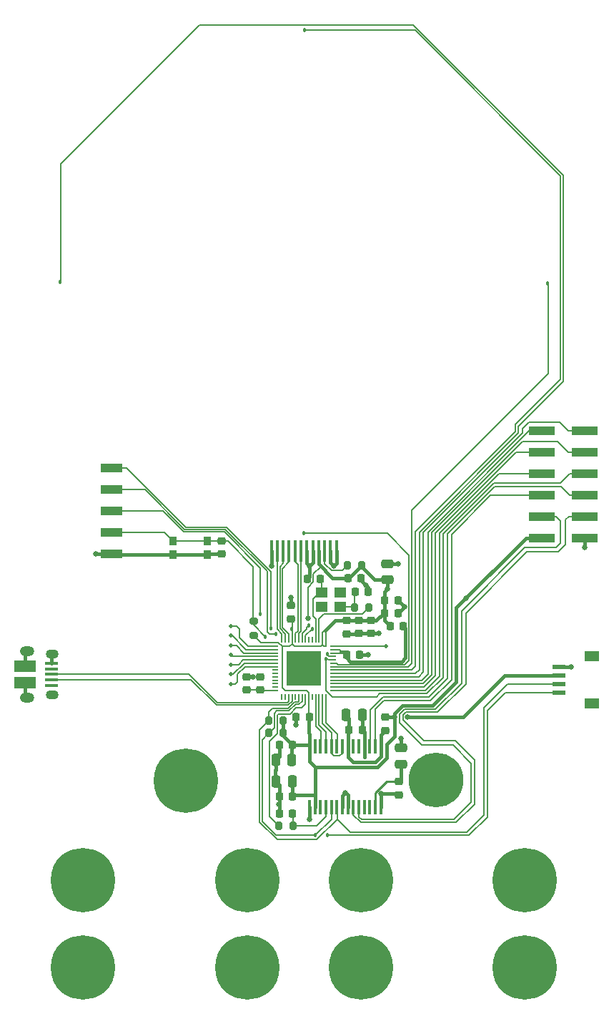
<source format=gbr>
%TF.GenerationSoftware,KiCad,Pcbnew,7.0.6-1.fc38*%
%TF.CreationDate,2023-08-24T18:59:34-07:00*%
%TF.ProjectId,s3gta_panel,73336774-615f-4706-916e-656c2e6b6963,rev?*%
%TF.SameCoordinates,Original*%
%TF.FileFunction,Copper,L2,Bot*%
%TF.FilePolarity,Positive*%
%FSLAX46Y46*%
G04 Gerber Fmt 4.6, Leading zero omitted, Abs format (unit mm)*
G04 Created by KiCad (PCBNEW 7.0.6-1.fc38) date 2023-08-24 18:59:34*
%MOMM*%
%LPD*%
G01*
G04 APERTURE LIST*
G04 Aperture macros list*
%AMRoundRect*
0 Rectangle with rounded corners*
0 $1 Rounding radius*
0 $2 $3 $4 $5 $6 $7 $8 $9 X,Y pos of 4 corners*
0 Add a 4 corners polygon primitive as box body*
4,1,4,$2,$3,$4,$5,$6,$7,$8,$9,$2,$3,0*
0 Add four circle primitives for the rounded corners*
1,1,$1+$1,$2,$3*
1,1,$1+$1,$4,$5*
1,1,$1+$1,$6,$7*
1,1,$1+$1,$8,$9*
0 Add four rect primitives between the rounded corners*
20,1,$1+$1,$2,$3,$4,$5,0*
20,1,$1+$1,$4,$5,$6,$7,0*
20,1,$1+$1,$6,$7,$8,$9,0*
20,1,$1+$1,$8,$9,$2,$3,0*%
G04 Aperture macros list end*
%TA.AperFunction,ComponentPad*%
%ADD10C,7.620000*%
%TD*%
%TA.AperFunction,ComponentPad*%
%ADD11C,6.477000*%
%TD*%
%TA.AperFunction,SMDPad,CuDef*%
%ADD12R,0.450000X1.750000*%
%TD*%
%TA.AperFunction,SMDPad,CuDef*%
%ADD13RoundRect,0.225000X-0.225000X-0.250000X0.225000X-0.250000X0.225000X0.250000X-0.225000X0.250000X0*%
%TD*%
%TA.AperFunction,SMDPad,CuDef*%
%ADD14R,2.500000X1.000000*%
%TD*%
%TA.AperFunction,SMDPad,CuDef*%
%ADD15R,0.350000X2.500000*%
%TD*%
%TA.AperFunction,SMDPad,CuDef*%
%ADD16RoundRect,0.250000X-0.250000X-0.475000X0.250000X-0.475000X0.250000X0.475000X-0.250000X0.475000X0*%
%TD*%
%TA.AperFunction,SMDPad,CuDef*%
%ADD17RoundRect,0.200000X0.200000X0.275000X-0.200000X0.275000X-0.200000X-0.275000X0.200000X-0.275000X0*%
%TD*%
%TA.AperFunction,SMDPad,CuDef*%
%ADD18RoundRect,0.225000X0.250000X-0.225000X0.250000X0.225000X-0.250000X0.225000X-0.250000X-0.225000X0*%
%TD*%
%TA.AperFunction,SMDPad,CuDef*%
%ADD19C,0.500000*%
%TD*%
%TA.AperFunction,SMDPad,CuDef*%
%ADD20R,3.150000X1.000000*%
%TD*%
%TA.AperFunction,SMDPad,CuDef*%
%ADD21RoundRect,0.225000X0.225000X0.250000X-0.225000X0.250000X-0.225000X-0.250000X0.225000X-0.250000X0*%
%TD*%
%TA.AperFunction,SMDPad,CuDef*%
%ADD22R,1.800000X1.200000*%
%TD*%
%TA.AperFunction,SMDPad,CuDef*%
%ADD23R,1.550000X0.600000*%
%TD*%
%TA.AperFunction,SMDPad,CuDef*%
%ADD24RoundRect,0.225000X-0.250000X0.225000X-0.250000X-0.225000X0.250000X-0.225000X0.250000X0.225000X0*%
%TD*%
%TA.AperFunction,SMDPad,CuDef*%
%ADD25RoundRect,0.250000X0.250000X0.475000X-0.250000X0.475000X-0.250000X-0.475000X0.250000X-0.475000X0*%
%TD*%
%TA.AperFunction,SMDPad,CuDef*%
%ADD26RoundRect,0.250000X0.475000X-0.250000X0.475000X0.250000X-0.475000X0.250000X-0.475000X-0.250000X0*%
%TD*%
%TA.AperFunction,SMDPad,CuDef*%
%ADD27RoundRect,0.200000X-0.200000X-0.275000X0.200000X-0.275000X0.200000X0.275000X-0.200000X0.275000X0*%
%TD*%
%TA.AperFunction,SMDPad,CuDef*%
%ADD28R,0.650000X0.220000*%
%TD*%
%TA.AperFunction,SMDPad,CuDef*%
%ADD29R,0.220000X0.650000*%
%TD*%
%TA.AperFunction,ComponentPad*%
%ADD30C,0.500000*%
%TD*%
%TA.AperFunction,SMDPad,CuDef*%
%ADD31R,4.100000X4.100000*%
%TD*%
%TA.AperFunction,SMDPad,CuDef*%
%ADD32R,0.900000X1.000000*%
%TD*%
%TA.AperFunction,SMDPad,CuDef*%
%ADD33R,1.650000X0.400000*%
%TD*%
%TA.AperFunction,ComponentPad*%
%ADD34O,1.700000X1.200000*%
%TD*%
%TA.AperFunction,ComponentPad*%
%ADD35O,1.500000X1.100000*%
%TD*%
%TA.AperFunction,SMDPad,CuDef*%
%ADD36R,2.500000X1.430000*%
%TD*%
%TA.AperFunction,SMDPad,CuDef*%
%ADD37R,1.400000X1.200000*%
%TD*%
%TA.AperFunction,SMDPad,CuDef*%
%ADD38RoundRect,0.200000X-0.275000X0.200000X-0.275000X-0.200000X0.275000X-0.200000X0.275000X0.200000X0*%
%TD*%
%TA.AperFunction,ViaPad*%
%ADD39C,0.457200*%
%TD*%
%TA.AperFunction,ViaPad*%
%ADD40C,0.635000*%
%TD*%
%TA.AperFunction,Conductor*%
%ADD41C,0.152400*%
%TD*%
%TA.AperFunction,Conductor*%
%ADD42C,0.381000*%
%TD*%
%TA.AperFunction,Conductor*%
%ADD43C,0.203200*%
%TD*%
%TA.AperFunction,Conductor*%
%ADD44C,0.254000*%
%TD*%
%TA.AperFunction,Conductor*%
%ADD45C,0.127000*%
%TD*%
G04 APERTURE END LIST*
D10*
%TO.P,H7,1*%
%TO.N,N/C*%
X129159000Y-147193000D03*
%TD*%
%TO.P,H8,1*%
%TO.N,N/C*%
X129159000Y-136906000D03*
%TD*%
%TO.P,H5,1*%
%TO.N,N/C*%
X109728000Y-136906000D03*
%TD*%
%TO.P,H6,1*%
%TO.N,N/C*%
X109728000Y-147193000D03*
%TD*%
%TO.P,H15,1*%
%TO.N,N/C*%
X162052000Y-147193000D03*
%TD*%
%TO.P,H16,1*%
%TO.N,N/C*%
X162052000Y-136906000D03*
%TD*%
%TO.P,H17,1*%
%TO.N,N/C*%
X121920000Y-125095000D03*
%TD*%
D11*
%TO.P,H18,1*%
%TO.N,N/C*%
X151511000Y-124995000D03*
%TD*%
D10*
%TO.P,H14,1*%
%TO.N,N/C*%
X142621000Y-147193000D03*
%TD*%
%TO.P,H9,1*%
%TO.N,N/C*%
X142621000Y-136906000D03*
%TD*%
D12*
%TO.P,U2,1,DBVDD*%
%TO.N,+3.3V*%
X136541800Y-121012400D03*
%TO.P,U2,2,CLKOUT*%
%TO.N,unconnected-(U2-CLKOUT-Pad2)*%
X137191800Y-121012400D03*
%TO.P,U2,3,BCLK*%
%TO.N,/I2S_SCLK*%
X137841800Y-121012400D03*
%TO.P,U2,4,DACDAT*%
%TO.N,/I2S_DO*%
X138491800Y-121012400D03*
%TO.P,U2,5,DACLRC*%
%TO.N,/I2S_LRCK*%
X139141800Y-121012400D03*
%TO.P,U2,6,ADCDAT*%
%TO.N,/I2S_DI*%
X139791800Y-121012400D03*
%TO.P,U2,7,ADCLRC*%
%TO.N,/I2S_LRCK*%
X140441800Y-121012400D03*
%TO.P,U2,8,HPVDD*%
%TO.N,+3.3VA*%
X141091800Y-121012400D03*
%TO.P,U2,9,LHPOUT*%
%TO.N,unconnected-(U2-LHPOUT-Pad9)*%
X141741800Y-121012400D03*
%TO.P,U2,10,RHPOUT*%
%TO.N,unconnected-(U2-RHPOUT-Pad10)*%
X142391800Y-121012400D03*
%TO.P,U2,11,HPGND*%
%TO.N,GND*%
X143041800Y-121012400D03*
%TO.P,U2,12,LOUT*%
%TO.N,/out_l*%
X143691800Y-121012400D03*
%TO.P,U2,13,ROUT*%
%TO.N,/out_r*%
X144341800Y-121012400D03*
%TO.P,U2,14,AVDD*%
%TO.N,+3.3VA*%
X144991800Y-121012400D03*
%TO.P,U2,15,AGND*%
%TO.N,GND*%
X144991800Y-128212400D03*
%TO.P,U2,16,VMID*%
%TO.N,Net-(U2-VMID)*%
X144341800Y-128212400D03*
%TO.P,U2,17,MICBIAS*%
%TO.N,unconnected-(U2-MICBIAS-Pad17)*%
X143691800Y-128212400D03*
%TO.P,U2,18,MICIN*%
%TO.N,unconnected-(U2-MICIN-Pad18)*%
X143041800Y-128212400D03*
%TO.P,U2,19,RLINEIN*%
%TO.N,/in_r*%
X142391800Y-128212400D03*
%TO.P,U2,20,LLINEIN*%
%TO.N,/in_l*%
X141741800Y-128212400D03*
%TO.P,U2,21,MODE*%
%TO.N,GND*%
X141091800Y-128212400D03*
%TO.P,U2,22,CSB*%
X140441800Y-128212400D03*
%TO.P,U2,23,SDIN*%
%TO.N,/I2C_SDA*%
X139791800Y-128212400D03*
%TO.P,U2,24,SCLK*%
%TO.N,/I2C_SCL*%
X139141800Y-128212400D03*
%TO.P,U2,25,XTI/MCLK*%
%TO.N,/FILT_MCLK*%
X138491800Y-128212400D03*
%TO.P,U2,26,XTO*%
%TO.N,unconnected-(U2-XTO-Pad26)*%
X137841800Y-128212400D03*
%TO.P,U2,27,DCVDD*%
%TO.N,+3.3V*%
X137191800Y-128212400D03*
%TO.P,U2,28,DCGND*%
%TO.N,GND*%
X136541800Y-128212400D03*
%TD*%
D13*
%TO.P,C12,1*%
%TO.N,Net-(C12-Pad1)*%
X141973000Y-102768400D03*
%TO.P,C12,2*%
%TO.N,GND*%
X143523000Y-102768400D03*
%TD*%
D14*
%TO.P,J3,1,Pin_1*%
%TO.N,/UART0_RX*%
X113068600Y-88138000D03*
%TO.P,J3,2,Pin_2*%
%TO.N,/UART0_TX*%
X113068600Y-90678000D03*
%TO.P,J3,3,Pin_3*%
%TO.N,/GPIO0*%
X113068600Y-93218000D03*
%TO.P,J3,4,Pin_4*%
%TO.N,/NRST*%
X113068600Y-95758000D03*
%TO.P,J3,5,Pin_5*%
%TO.N,GND*%
X113068600Y-98298000D03*
%TD*%
D15*
%TO.P,DISP1,1,GND*%
%TO.N,GND*%
X139740000Y-97917000D03*
%TO.P,DISP1,2,LEDK*%
X139040000Y-97917000D03*
%TO.P,DISP1,3,LEDA*%
%TO.N,Net-(DISP1-LEDA)*%
X138340000Y-97917000D03*
%TO.P,DISP1,4,VCC*%
%TO.N,+3.3V*%
X137640000Y-97917000D03*
%TO.P,DISP1,5,GND*%
%TO.N,GND*%
X136940000Y-97917000D03*
%TO.P,DISP1,6,GND*%
X136240000Y-97917000D03*
%TO.P,DISP1,7,DC*%
%TO.N,/LCD_DC*%
X135540000Y-97917000D03*
%TO.P,DISP1,8,CS*%
%TO.N,/LCD_CS*%
X134840000Y-97917000D03*
%TO.P,DISP1,9,CLK*%
%TO.N,/LCD_CLK*%
X134140000Y-97917000D03*
%TO.P,DISP1,10,DAT*%
%TO.N,/LCD_DAT*%
X133440000Y-97917000D03*
%TO.P,DISP1,11,RST*%
%TO.N,/LCD_RST*%
X132740000Y-97917000D03*
%TO.P,DISP1,12,GND*%
%TO.N,GND*%
X132040000Y-97917000D03*
%TD*%
D16*
%TO.P,C21,1*%
%TO.N,GND*%
X132603200Y-125222000D03*
%TO.P,C21,2*%
%TO.N,+3.3V*%
X134503200Y-125222000D03*
%TD*%
D17*
%TO.P,R5,1*%
%TO.N,+3.3V*%
X142709400Y-99618800D03*
%TO.P,R5,2*%
%TO.N,Net-(DISP1-LEDA)*%
X141059400Y-99618800D03*
%TD*%
D18*
%TO.P,C14,1*%
%TO.N,+3.3V*%
X134315200Y-105931000D03*
%TO.P,C14,2*%
%TO.N,GND*%
X134315200Y-104381000D03*
%TD*%
D19*
%TO.P,TP8,1,1*%
%TO.N,Net-(U1-GPIO33)*%
X127254000Y-111379000D03*
%TD*%
D20*
%TO.P,J4,1,Pin_1*%
%TO.N,/CV1*%
X169149000Y-83693000D03*
%TO.P,J4,2,Pin_2*%
%TO.N,/CV2*%
X164099000Y-83693000D03*
%TO.P,J4,3,Pin_3*%
%TO.N,/CV3*%
X169149000Y-86233000D03*
%TO.P,J4,4,Pin_4*%
%TO.N,/CV4*%
X164099000Y-86233000D03*
%TO.P,J4,5,Pin_5*%
%TO.N,/GPIO0*%
X169149000Y-88773000D03*
%TO.P,J4,6,Pin_6*%
%TO.N,/Sync*%
X164099000Y-88773000D03*
%TO.P,J4,7,Pin_7*%
%TO.N,/out_l*%
X169149000Y-91313000D03*
%TO.P,J4,8,Pin_8*%
%TO.N,/out_r*%
X164099000Y-91313000D03*
%TO.P,J4,9,Pin_9*%
%TO.N,/in_l*%
X169149000Y-93853000D03*
%TO.P,J4,10,Pin_10*%
%TO.N,/in_r*%
X164099000Y-93853000D03*
%TO.P,J4,11,Pin_11*%
%TO.N,GND*%
X169149000Y-96393000D03*
%TO.P,J4,12,Pin_12*%
%TO.N,+3.3V*%
X164099000Y-96393000D03*
%TD*%
D21*
%TO.P,C19,1*%
%TO.N,+3.3V*%
X134518400Y-120904000D03*
%TO.P,C19,2*%
%TO.N,GND*%
X132968400Y-120904000D03*
%TD*%
D22*
%TO.P,J1,*%
%TO.N,*%
X169991000Y-110381000D03*
X169991000Y-115981000D03*
D23*
%TO.P,J1,1,Pin_1*%
%TO.N,GND*%
X166116000Y-111681000D03*
%TO.P,J1,2,Pin_2*%
%TO.N,+3.3V*%
X166116000Y-112681000D03*
%TO.P,J1,3,Pin_3*%
%TO.N,/I2C_SDA*%
X166116000Y-113681000D03*
%TO.P,J1,4,Pin_4*%
%TO.N,/I2C_SCL*%
X166116000Y-114681000D03*
%TD*%
D19*
%TO.P,TP11,1,1*%
%TO.N,Net-(U1-GPIO36)*%
X127254000Y-107950000D03*
%TD*%
D24*
%TO.P,C23,1*%
%TO.N,Net-(U2-VMID)*%
X147116800Y-125209000D03*
%TO.P,C23,2*%
%TO.N,GND*%
X147116800Y-126759000D03*
%TD*%
D21*
%TO.P,C13,1*%
%TO.N,Net-(U1-XTAL_N)*%
X137846400Y-101193600D03*
%TO.P,C13,2*%
%TO.N,GND*%
X136296400Y-101193600D03*
%TD*%
D25*
%TO.P,C17,1*%
%TO.N,+3.3V*%
X134467600Y-122631200D03*
%TO.P,C17,2*%
%TO.N,GND*%
X132567600Y-122631200D03*
%TD*%
D24*
%TO.P,C10,1*%
%TO.N,+3.3V*%
X142392400Y-106146000D03*
%TO.P,C10,2*%
%TO.N,GND*%
X142392400Y-107696000D03*
%TD*%
D26*
%TO.P,C22,1*%
%TO.N,Net-(U2-VMID)*%
X147370800Y-123124000D03*
%TO.P,C22,2*%
%TO.N,GND*%
X147370800Y-121224000D03*
%TD*%
D19*
%TO.P,TP12,1,1*%
%TO.N,Net-(U1-GPIO37)*%
X127254000Y-106807000D03*
%TD*%
%TO.P,TP6,1,1*%
%TO.N,Net-(U1-SPICLK_N)*%
X127254000Y-113665000D03*
%TD*%
%TO.P,TP10,1,1*%
%TO.N,Net-(U1-GPIO35)*%
X127254000Y-109093000D03*
%TD*%
%TO.P,TP9,1,1*%
%TO.N,Net-(U1-GPIO34)*%
X127254000Y-110236000D03*
%TD*%
D13*
%TO.P,C20,1*%
%TO.N,+3.3VA*%
X141248800Y-119075200D03*
%TO.P,C20,2*%
%TO.N,GND*%
X142798800Y-119075200D03*
%TD*%
%TO.P,C3,1*%
%TO.N,+3.3V*%
X145478200Y-103733600D03*
%TO.P,C3,2*%
%TO.N,GND*%
X147028200Y-103733600D03*
%TD*%
D27*
%TO.P,R7,1*%
%TO.N,/I2S_MCLK*%
X132931400Y-130454400D03*
%TO.P,R7,2*%
%TO.N,/FILT_MCLK*%
X134581400Y-130454400D03*
%TD*%
D13*
%TO.P,L2,1,1*%
%TO.N,+3.3V*%
X146087800Y-106781600D03*
%TO.P,L2,2,2*%
%TO.N,/VDD_3P3*%
X147637800Y-106781600D03*
%TD*%
D21*
%TO.P,C25,1*%
%TO.N,/FILT_MCLK*%
X134518400Y-128981200D03*
%TO.P,C25,2*%
%TO.N,GND*%
X132968400Y-128981200D03*
%TD*%
D28*
%TO.P,U1,1,LNA_IN*%
%TO.N,/LNA_IN*%
X139311000Y-109210800D03*
%TO.P,U1,2,VDD3P3*%
%TO.N,/VDD_3P3*%
X139311000Y-109610800D03*
%TO.P,U1,3,VDD3P3*%
X139311000Y-110010800D03*
%TO.P,U1,4,CHIP_PU*%
%TO.N,/NRST*%
X139311000Y-110410800D03*
%TO.P,U1,5,GPIO0*%
%TO.N,/GPIO0*%
X139311000Y-110810800D03*
%TO.P,U1,6,GPIO1*%
%TO.N,Net-(U1-GPIO1)*%
X139311000Y-111210800D03*
%TO.P,U1,7,GPIO2*%
%TO.N,Net-(U1-GPIO2)*%
X139311000Y-111610800D03*
%TO.P,U1,8,GPIO3*%
%TO.N,Net-(U1-GPIO3)*%
X139311000Y-112010800D03*
%TO.P,U1,9,GPIO4*%
%TO.N,Net-(U1-GPIO4)*%
X139311000Y-112410800D03*
%TO.P,U1,10,GPIO5*%
%TO.N,/CV1*%
X139311000Y-112810800D03*
%TO.P,U1,11,GPIO6*%
%TO.N,/CV2*%
X139311000Y-113210800D03*
%TO.P,U1,12,GPIO7*%
%TO.N,/CV3*%
X139311000Y-113610800D03*
%TO.P,U1,13,GPIO8*%
%TO.N,/CV4*%
X139311000Y-114010800D03*
%TO.P,U1,14,GPIO9*%
%TO.N,/Sync*%
X139311000Y-114410800D03*
D29*
%TO.P,U1,15,GPIO10*%
%TO.N,/I2S_DI*%
X138486000Y-115235800D03*
%TO.P,U1,16,GPIO11*%
%TO.N,/I2S_LRCK*%
X138086000Y-115235800D03*
%TO.P,U1,17,GPIO12*%
%TO.N,/I2S_DO*%
X137686000Y-115235800D03*
%TO.P,U1,18,GPIO13*%
%TO.N,/I2S_SCLK*%
X137286000Y-115235800D03*
%TO.P,U1,19,GPIO14*%
%TO.N,unconnected-(U1-GPIO14-Pad19)*%
X136886000Y-115235800D03*
%TO.P,U1,20,VDD3P3_RTC*%
%TO.N,+3.3V*%
X136486000Y-115235800D03*
%TO.P,U1,21,XTAL_32K_P*%
%TO.N,/I2S_MCLK*%
X136086000Y-115235800D03*
%TO.P,U1,22,XTAL_32K_N*%
%TO.N,/I2C_SCL*%
X135686000Y-115235800D03*
%TO.P,U1,23,GPIO17*%
%TO.N,/I2C_SDA*%
X135286000Y-115235800D03*
%TO.P,U1,24,GPIO18*%
%TO.N,unconnected-(U1-GPIO18-Pad24)*%
X134886000Y-115235800D03*
%TO.P,U1,25,GPIO19*%
%TO.N,/USB_DM*%
X134486000Y-115235800D03*
%TO.P,U1,26,GPIO20*%
%TO.N,/USB_DP*%
X134086000Y-115235800D03*
%TO.P,U1,27,GPIO21*%
%TO.N,unconnected-(U1-GPIO21-Pad27)*%
X133686000Y-115235800D03*
%TO.P,U1,28,SPICS1*%
%TO.N,unconnected-(U1-SPICS1-Pad28)*%
X133286000Y-115235800D03*
D28*
%TO.P,U1,29,VDD_SPI*%
%TO.N,/VDD_SPI*%
X132461000Y-114410800D03*
%TO.P,U1,30,SPIHD*%
%TO.N,unconnected-(U1-SPIHD-Pad30)*%
X132461000Y-114010800D03*
%TO.P,U1,31,SPIWP*%
%TO.N,unconnected-(U1-SPIWP-Pad31)*%
X132461000Y-113610800D03*
%TO.P,U1,32,SPICS0*%
%TO.N,unconnected-(U1-SPICS0-Pad32)*%
X132461000Y-113210800D03*
%TO.P,U1,33,SPICLK*%
%TO.N,unconnected-(U1-SPICLK-Pad33)*%
X132461000Y-112810800D03*
%TO.P,U1,34,SPIQ*%
%TO.N,unconnected-(U1-SPIQ-Pad34)*%
X132461000Y-112410800D03*
%TO.P,U1,35,SPID*%
%TO.N,unconnected-(U1-SPID-Pad35)*%
X132461000Y-112010800D03*
%TO.P,U1,36,SPICLK_N*%
%TO.N,Net-(U1-SPICLK_N)*%
X132461000Y-111610800D03*
%TO.P,U1,37,SPICLK_P*%
%TO.N,Net-(U1-SPICLK_P)*%
X132461000Y-111210800D03*
%TO.P,U1,38,GPIO33*%
%TO.N,Net-(U1-GPIO33)*%
X132461000Y-110810800D03*
%TO.P,U1,39,GPIO34*%
%TO.N,Net-(U1-GPIO34)*%
X132461000Y-110410800D03*
%TO.P,U1,40,GPIO35*%
%TO.N,Net-(U1-GPIO35)*%
X132461000Y-110010800D03*
%TO.P,U1,41,GPIO36*%
%TO.N,Net-(U1-GPIO36)*%
X132461000Y-109610800D03*
%TO.P,U1,42,GPIO37*%
%TO.N,Net-(U1-GPIO37)*%
X132461000Y-109210800D03*
D29*
%TO.P,U1,43,GPIO38*%
%TO.N,/LCD_RST*%
X133286000Y-108385800D03*
%TO.P,U1,44,MTCK*%
%TO.N,/LCD_DAT*%
X133686000Y-108385800D03*
%TO.P,U1,45,MTDO*%
%TO.N,/LCD_CLK*%
X134086000Y-108385800D03*
%TO.P,U1,46,VDD3P3_CPU*%
%TO.N,+3.3V*%
X134486000Y-108385800D03*
%TO.P,U1,47,MTDI*%
%TO.N,/LCD_CS*%
X134886000Y-108385800D03*
%TO.P,U1,48,MTMS*%
%TO.N,/LCD_DC*%
X135286000Y-108385800D03*
%TO.P,U1,49,U0TXD*%
%TO.N,/UART0_TX*%
X135686000Y-108385800D03*
%TO.P,U1,50,UORXD*%
%TO.N,/UART0_RX*%
X136086000Y-108385800D03*
%TO.P,U1,51,GPIO45*%
%TO.N,unconnected-(U1-GPIO45-Pad51)*%
X136486000Y-108385800D03*
%TO.P,U1,52,GPIO_46*%
%TO.N,unconnected-(U1-GPIO_46-Pad52)*%
X136886000Y-108385800D03*
%TO.P,U1,53,XTAL_N*%
%TO.N,Net-(U1-XTAL_N)*%
X137286000Y-108385800D03*
%TO.P,U1,54,XTAL_P*%
%TO.N,Net-(U1-XTAL_P)*%
X137686000Y-108385800D03*
%TO.P,U1,55,VDDA*%
%TO.N,+3.3V*%
X138086000Y-108385800D03*
%TO.P,U1,56,VDDA*%
X138486000Y-108385800D03*
D30*
%TO.P,U1,57,GND*%
%TO.N,GND*%
X137386000Y-112560800D03*
X137386000Y-111060800D03*
X136636000Y-113310800D03*
X136636000Y-111810800D03*
X136636000Y-110310800D03*
X135886000Y-112560800D03*
D31*
X135886000Y-111810800D03*
D30*
X135886000Y-111060800D03*
X135136000Y-113310800D03*
X135136000Y-111810800D03*
X135136000Y-110310800D03*
X134386000Y-112560800D03*
X134386000Y-111060800D03*
%TD*%
D13*
%TO.P,C24,1*%
%TO.N,GND*%
X132968400Y-126949200D03*
%TO.P,C24,2*%
%TO.N,+3.3V*%
X134518400Y-126949200D03*
%TD*%
D26*
%TO.P,C2,1*%
%TO.N,+3.3V*%
X145796000Y-101330800D03*
%TO.P,C2,2*%
%TO.N,GND*%
X145796000Y-99430800D03*
%TD*%
D27*
%TO.P,R4,1*%
%TO.N,Net-(C12-Pad1)*%
X141910800Y-104648000D03*
%TO.P,R4,2*%
%TO.N,Net-(U1-XTAL_P)*%
X143560800Y-104648000D03*
%TD*%
D24*
%TO.P,C9,1*%
%TO.N,+3.3V*%
X140919200Y-106159000D03*
%TO.P,C9,2*%
%TO.N,GND*%
X140919200Y-107709000D03*
%TD*%
D32*
%TO.P,SW1,1,1*%
%TO.N,/NRST*%
X124460000Y-96723000D03*
X120360000Y-96723000D03*
%TO.P,SW1,2,2*%
%TO.N,GND*%
X124460000Y-98323000D03*
X120360000Y-98323000D03*
%TD*%
D19*
%TO.P,TP5,1,1*%
%TO.N,/LNA_IN*%
X145643600Y-109220000D03*
%TD*%
D33*
%TO.P,J2,1,VBUS*%
%TO.N,unconnected-(J2-VBUS-Pad1)*%
X105995600Y-113822000D03*
%TO.P,J2,2,D-*%
%TO.N,/USB_DM*%
X105995600Y-113172000D03*
%TO.P,J2,3,D+*%
%TO.N,/USB_DP*%
X105995600Y-112522000D03*
%TO.P,J2,4,ID*%
%TO.N,unconnected-(J2-ID-Pad4)*%
X105995600Y-111872000D03*
%TO.P,J2,5,GND*%
%TO.N,GND*%
X105995600Y-111222000D03*
D34*
%TO.P,J2,6,Shield*%
X103115600Y-115252000D03*
D35*
X106115600Y-114942000D03*
D36*
X102875600Y-113482000D03*
X102875600Y-111562000D03*
D35*
X106115600Y-110102000D03*
D34*
X103115600Y-109792000D03*
%TD*%
D18*
%TO.P,C15,1*%
%TO.N,/VDD_SPI*%
X130678400Y-114376800D03*
%TO.P,C15,2*%
%TO.N,GND*%
X130678400Y-112826800D03*
%TD*%
D24*
%TO.P,C8,1*%
%TO.N,+3.3V*%
X143865600Y-106146000D03*
%TO.P,C8,2*%
%TO.N,GND*%
X143865600Y-107696000D03*
%TD*%
D19*
%TO.P,TP7,1,1*%
%TO.N,Net-(U1-SPICLK_P)*%
X127254000Y-112522000D03*
%TD*%
D17*
%TO.P,R2,1*%
%TO.N,+3.3V*%
X133413000Y-119430800D03*
%TO.P,R2,2*%
%TO.N,/I2C_SCL*%
X131763000Y-119430800D03*
%TD*%
D13*
%TO.P,C26,1*%
%TO.N,+3.3V*%
X141109400Y-101142800D03*
%TO.P,C26,2*%
%TO.N,GND*%
X142659400Y-101142800D03*
%TD*%
%TO.P,C5,1*%
%TO.N,+3.3V*%
X145478200Y-105257600D03*
%TO.P,C5,2*%
%TO.N,GND*%
X147028200Y-105257600D03*
%TD*%
%TO.P,C7,1*%
%TO.N,/VDD_3P3*%
X140957000Y-110185200D03*
%TO.P,C7,2*%
%TO.N,GND*%
X142507000Y-110185200D03*
%TD*%
D24*
%TO.P,L1,1,1*%
%TO.N,+3.3V*%
X145542000Y-117602000D03*
%TO.P,L1,2,2*%
%TO.N,+3.3VA*%
X145542000Y-119152000D03*
%TD*%
D37*
%TO.P,Y1,1,1*%
%TO.N,Net-(C12-Pad1)*%
X140172800Y-104546400D03*
%TO.P,Y1,2*%
%TO.N,N/C*%
X137972800Y-104546400D03*
%TO.P,Y1,3,3*%
%TO.N,Net-(U1-XTAL_N)*%
X137972800Y-102846400D03*
%TO.P,Y1,4*%
%TO.N,N/C*%
X140172800Y-102846400D03*
%TD*%
D24*
%TO.P,C1,1*%
%TO.N,/NRST*%
X126169200Y-96748000D03*
%TO.P,C1,2*%
%TO.N,GND*%
X126169200Y-98298000D03*
%TD*%
D18*
%TO.P,C16,1*%
%TO.N,/VDD_SPI*%
X129133600Y-114363800D03*
%TO.P,C16,2*%
%TO.N,GND*%
X129133600Y-112813800D03*
%TD*%
D21*
%TO.P,C11,1*%
%TO.N,+3.3V*%
X136512600Y-117551200D03*
%TO.P,C11,2*%
%TO.N,GND*%
X134962600Y-117551200D03*
%TD*%
D16*
%TO.P,C18,1*%
%TO.N,+3.3VA*%
X140883600Y-117348000D03*
%TO.P,C18,2*%
%TO.N,GND*%
X142783600Y-117348000D03*
%TD*%
D38*
%TO.P,R1,1*%
%TO.N,/NRST*%
X129946400Y-106236000D03*
%TO.P,R1,2*%
%TO.N,+3.3V*%
X129946400Y-107886000D03*
%TD*%
D17*
%TO.P,R3,1*%
%TO.N,+3.3V*%
X133413000Y-117957600D03*
%TO.P,R3,2*%
%TO.N,/I2C_SDA*%
X131763000Y-117957600D03*
%TD*%
D39*
%TO.N,/NRST*%
X131318000Y-108051600D03*
X138630898Y-110083600D03*
D40*
%TO.N,GND*%
X139446000Y-99669600D03*
X144780000Y-107696000D03*
D39*
X132486400Y-123901200D03*
D40*
X132943600Y-127914400D03*
X134962600Y-118465600D03*
X147828000Y-104495600D03*
X143459200Y-110185200D03*
X140817600Y-126542800D03*
X136550400Y-99669600D03*
X129895600Y-112826800D03*
X147370800Y-120142000D03*
X169149000Y-97536000D03*
X132029200Y-99669600D03*
D39*
X143052800Y-122326400D03*
D40*
X134315200Y-103428800D03*
X111201200Y-98298000D03*
X143205200Y-101955600D03*
X145034000Y-126644400D03*
X147015200Y-99415600D03*
X136525000Y-129667000D03*
X167513000Y-111633000D03*
D39*
%TO.N,+3.3V*%
X134467600Y-107137200D03*
D40*
X155067000Y-103505000D03*
X148183600Y-117602000D03*
X145796000Y-102442789D03*
X136398000Y-105867200D03*
X146608800Y-117602000D03*
D39*
%TO.N,/UART0_RX*%
X136855200Y-107137200D03*
X131955895Y-107061000D03*
%TO.N,/UART0_TX*%
X132537200Y-107746800D03*
X136442460Y-106724460D03*
%TO.N,/GPIO0*%
X138494115Y-110681267D03*
X130683000Y-105410000D03*
%TO.N,/I2C_SCL*%
X137247468Y-131546600D03*
X138684000Y-131572000D03*
%TO.N,Net-(U1-GPIO1)*%
X135890000Y-95808800D03*
%TO.N,Net-(U1-GPIO2)*%
X164790000Y-66267000D03*
%TO.N,Net-(U1-GPIO3)*%
X135991600Y-36322000D03*
%TO.N,Net-(U1-GPIO4)*%
X106990000Y-66067000D03*
%TD*%
D41*
%TO.N,/NRST*%
X138633200Y-110210400D02*
X138833600Y-110410800D01*
X113068600Y-95758000D02*
X119395000Y-95758000D01*
X126144200Y-96723000D02*
X126169200Y-96748000D01*
X138633200Y-110085902D02*
X138633200Y-110210400D01*
X129895600Y-106185200D02*
X129946400Y-106236000D01*
X129895600Y-99771200D02*
X129895600Y-106185200D01*
X129946400Y-106236000D02*
X129946400Y-106680000D01*
X129946400Y-106680000D02*
X131318000Y-108051600D01*
X138833600Y-110410800D02*
X139311000Y-110410800D01*
X124460000Y-96723000D02*
X126144200Y-96723000D01*
X126872400Y-96748000D02*
X129895600Y-99771200D01*
X120360000Y-96723000D02*
X124460000Y-96723000D01*
X119395000Y-95758000D02*
X120360000Y-96723000D01*
X138630898Y-110083600D02*
X138633200Y-110085902D01*
X126169200Y-96748000D02*
X126872400Y-96748000D01*
D42*
%TO.N,GND*%
X105995600Y-111222000D02*
X105995600Y-110222000D01*
X142659400Y-101409800D02*
X142659400Y-101142800D01*
X105995600Y-110222000D02*
X106115600Y-110102000D01*
X142379400Y-107709000D02*
X142392400Y-107696000D01*
D43*
X129133600Y-112813800D02*
X129882600Y-112813800D01*
D42*
X143041800Y-122315400D02*
X143052800Y-122326400D01*
X169149000Y-96393000D02*
X169149000Y-97536000D01*
X145796000Y-99430800D02*
X147000000Y-99430800D01*
X142392400Y-107696000D02*
X143865600Y-107696000D01*
X143865600Y-107696000D02*
X144780000Y-107696000D01*
X143205200Y-101955600D02*
X143523000Y-102273400D01*
X140919200Y-107709000D02*
X142379400Y-107709000D01*
X132968400Y-122230400D02*
X132567600Y-122631200D01*
X134962600Y-117551200D02*
X134962600Y-118465600D01*
X102875600Y-115012000D02*
X103115600Y-115252000D01*
X147000000Y-99430800D02*
X147015200Y-99415600D01*
X120360000Y-98323000D02*
X113093600Y-98323000D01*
X126169200Y-98298000D02*
X124485000Y-98298000D01*
X132040000Y-97917000D02*
X132040000Y-99658800D01*
X167465000Y-111681000D02*
X167513000Y-111633000D01*
X139040000Y-99263600D02*
X139446000Y-99669600D01*
X139740000Y-97917000D02*
X139740000Y-99375600D01*
X136541800Y-129650200D02*
X136525000Y-129667000D01*
X145021200Y-126657200D02*
X145021200Y-128183000D01*
X102875600Y-113482000D02*
X102875600Y-115012000D01*
X111201200Y-98298000D02*
X113068600Y-98298000D01*
X102875600Y-110032000D02*
X103115600Y-109792000D01*
X147370800Y-121224000D02*
X147370800Y-120142000D01*
X132968400Y-127889600D02*
X132943600Y-127914400D01*
X132968400Y-125587200D02*
X132603200Y-125222000D01*
X142507000Y-110185200D02*
X143459200Y-110185200D01*
X132968400Y-126949200D02*
X132968400Y-127889600D01*
X136550400Y-100939600D02*
X136296400Y-101193600D01*
X139740000Y-99375600D02*
X139446000Y-99669600D01*
X145034000Y-126644400D02*
X145021200Y-126657200D01*
X147002200Y-126644400D02*
X147116800Y-126759000D01*
X132567600Y-122631200D02*
X132567600Y-123820000D01*
X143041800Y-119318200D02*
X142798800Y-119075200D01*
X134315200Y-104381000D02*
X134315200Y-103428800D01*
X142783600Y-119060000D02*
X142798800Y-119075200D01*
X143523000Y-102273400D02*
X143523000Y-102768400D01*
X147028200Y-105257600D02*
X147066000Y-105257600D01*
X140817600Y-126542800D02*
X140441800Y-126918600D01*
X145034000Y-126644400D02*
X147002200Y-126644400D01*
X132567600Y-123820000D02*
X132486400Y-123901200D01*
X147028200Y-103733600D02*
X147066000Y-103733600D01*
X136550400Y-99669600D02*
X136550400Y-100939600D01*
X102875600Y-111562000D02*
X102875600Y-110032000D01*
X132968400Y-120904000D02*
X132968400Y-122230400D01*
X132968400Y-126949200D02*
X132968400Y-125587200D01*
X142783600Y-117348000D02*
X142783600Y-119060000D01*
X143041800Y-121012400D02*
X143041800Y-119318200D01*
X132968400Y-128981200D02*
X132968400Y-127939200D01*
D43*
X130678400Y-112826800D02*
X129895600Y-112826800D01*
D42*
X124460000Y-98323000D02*
X120360000Y-98323000D01*
X136940000Y-99280000D02*
X136550400Y-99669600D01*
X136240000Y-97917000D02*
X136240000Y-99359200D01*
X143041800Y-121012400D02*
X143041800Y-122315400D01*
X132486400Y-123901200D02*
X132486400Y-125105200D01*
X132040000Y-99658800D02*
X132029200Y-99669600D01*
X140441800Y-126918600D02*
X140441800Y-128212400D01*
X141091800Y-126817000D02*
X141091800Y-128212400D01*
X136240000Y-99359200D02*
X136550400Y-99669600D01*
X136940000Y-97917000D02*
X136940000Y-99280000D01*
X132486400Y-125105200D02*
X132603200Y-125222000D01*
X124485000Y-98298000D02*
X124460000Y-98323000D01*
X147066000Y-103733600D02*
X147828000Y-104495600D01*
X113093600Y-98323000D02*
X113068600Y-98298000D01*
X147066000Y-105257600D02*
X147828000Y-104495600D01*
X132968400Y-127939200D02*
X132943600Y-127914400D01*
D43*
X129882600Y-112813800D02*
X129895600Y-112826800D01*
D42*
X145021200Y-128183000D02*
X144991800Y-128212400D01*
X139040000Y-97917000D02*
X139040000Y-99263600D01*
X140817600Y-126542800D02*
X141091800Y-126817000D01*
X166116000Y-111681000D02*
X167465000Y-111681000D01*
X143205200Y-101955600D02*
X142659400Y-101409800D01*
X136541800Y-128212400D02*
X136541800Y-129650200D01*
%TO.N,+3.3V*%
X134467600Y-120954800D02*
X134518400Y-120904000D01*
X136433400Y-117630400D02*
X136433400Y-119430800D01*
X145542000Y-117602000D02*
X146608800Y-117602000D01*
X137191800Y-128212400D02*
X137206800Y-128197400D01*
D43*
X138086000Y-107582800D02*
X138328400Y-107340400D01*
D42*
X134467600Y-122631200D02*
X134467600Y-120954800D01*
X146608800Y-119888000D02*
X145694400Y-120802400D01*
X136571200Y-119568600D02*
X136571200Y-120983000D01*
X151130000Y-116179600D02*
X153924000Y-113385600D01*
X145478200Y-102760589D02*
X145796000Y-102442789D01*
X134518400Y-125237200D02*
X134503200Y-125222000D01*
X153924000Y-113385600D02*
X153924000Y-104648000D01*
X147536493Y-116179600D02*
X151130000Y-116179600D01*
D43*
X137922000Y-109220000D02*
X138086000Y-109056000D01*
X130823200Y-108762800D02*
X129946400Y-107886000D01*
D42*
X137206800Y-126796800D02*
X137206800Y-123490800D01*
X142709400Y-99783400D02*
X142709400Y-99618800D01*
X145796000Y-102442789D02*
X145796000Y-101330800D01*
X145478200Y-105257600D02*
X145478200Y-106172000D01*
D43*
X134486000Y-108385800D02*
X134486000Y-107155600D01*
X138430000Y-109220000D02*
X138486000Y-109164000D01*
X133654800Y-114452400D02*
X133299200Y-114096800D01*
X132842000Y-108762800D02*
X130823200Y-108762800D01*
D42*
X134518400Y-120904000D02*
X136433400Y-120904000D01*
D43*
X134486000Y-106101800D02*
X134315200Y-105931000D01*
D42*
X136571200Y-120983000D02*
X136541800Y-121012400D01*
D43*
X134486000Y-107155600D02*
X134467600Y-107137200D01*
X136486000Y-115235800D02*
X136486000Y-117524600D01*
X138086000Y-109056000D02*
X138250000Y-109220000D01*
D42*
X137640000Y-99489200D02*
X139293600Y-101142800D01*
D43*
X138086000Y-108385800D02*
X138086000Y-107582800D01*
D42*
X137206800Y-123490800D02*
X136541800Y-122825800D01*
D43*
X136541800Y-122656200D02*
X136541800Y-121012400D01*
D42*
X145478200Y-105257600D02*
X145478200Y-103733600D01*
X139293600Y-101142800D02*
X141109400Y-101142800D01*
X144465600Y-106146000D02*
X143865600Y-106146000D01*
D43*
X134747000Y-109220000D02*
X137922000Y-109220000D01*
X136486000Y-114707600D02*
X136230800Y-114452400D01*
D42*
X136512600Y-117551200D02*
X136433400Y-117630400D01*
X140919200Y-106159000D02*
X142379400Y-106159000D01*
X136433400Y-119430800D02*
X136571200Y-119568600D01*
D43*
X134486000Y-108914000D02*
X134180000Y-109220000D01*
D42*
X159657800Y-112681000D02*
X166116000Y-112681000D01*
X146608800Y-117602000D02*
X146608800Y-117107293D01*
X134670800Y-126796800D02*
X134518400Y-126949200D01*
D43*
X137007600Y-101598887D02*
X137007600Y-100634800D01*
D42*
X142392400Y-106146000D02*
X143865600Y-106146000D01*
X136433400Y-120904000D02*
X136541800Y-121012400D01*
D43*
X138486000Y-108385800D02*
X138486000Y-107396400D01*
D42*
X144287200Y-101330800D02*
X144272000Y-101346000D01*
D43*
X138250000Y-109220000D02*
X138430000Y-109220000D01*
D42*
X137640000Y-97917000D02*
X137640000Y-99489200D01*
X145478200Y-105257600D02*
X145354000Y-105257600D01*
D43*
X134486000Y-108914000D02*
X134486000Y-108959000D01*
X134180000Y-109220000D02*
X133299200Y-109220000D01*
D42*
X145694400Y-120802400D02*
X145694400Y-122377200D01*
X145694400Y-122377200D02*
X144576800Y-123494800D01*
X148183600Y-117602000D02*
X154736800Y-117602000D01*
D43*
X136230800Y-114452400D02*
X133654800Y-114452400D01*
X133299200Y-114096800D02*
X133299200Y-109220000D01*
X134486000Y-107118800D02*
X134486000Y-106101800D01*
D42*
X142379400Y-106159000D02*
X142392400Y-106146000D01*
X145478200Y-106172000D02*
X146087800Y-106781600D01*
D43*
X136486000Y-115235800D02*
X136486000Y-114707600D01*
D42*
X153924000Y-104648000D02*
X162179000Y-96393000D01*
X146608800Y-117107293D02*
X147536493Y-116179600D01*
X141185400Y-101142800D02*
X142709400Y-99618800D01*
X146608800Y-117602000D02*
X146608800Y-119888000D01*
X144576800Y-123494800D02*
X137206800Y-123494800D01*
X133413000Y-119798600D02*
X134518400Y-120904000D01*
D43*
X138486000Y-107396400D02*
X138430000Y-107340400D01*
X138328400Y-107340400D02*
X138430000Y-107340400D01*
D42*
X154736800Y-117602000D02*
X159657800Y-112681000D01*
X141109400Y-101142800D02*
X141185400Y-101142800D01*
X145478200Y-103733600D02*
X145478200Y-102760589D01*
D43*
X138086000Y-109056000D02*
X138086000Y-108385800D01*
X136398000Y-102208487D02*
X137007600Y-101598887D01*
D42*
X134518400Y-126949200D02*
X134518400Y-125237200D01*
D43*
X136486000Y-117524600D02*
X136512600Y-117551200D01*
X134486000Y-108385800D02*
X134486000Y-108914000D01*
X138486000Y-109164000D02*
X138486000Y-108385800D01*
D42*
X145796000Y-101330800D02*
X144287200Y-101330800D01*
X137206800Y-126796800D02*
X134670800Y-126796800D01*
X145354000Y-105257600D02*
X144465600Y-106146000D01*
D43*
X137007600Y-100634800D02*
X137896600Y-99745800D01*
D42*
X162179000Y-96393000D02*
X164099000Y-96393000D01*
X136541800Y-122825800D02*
X136541800Y-121012400D01*
D43*
X136486000Y-122712000D02*
X136541800Y-122656200D01*
D42*
X133413000Y-117957600D02*
X133413000Y-119430800D01*
X139611400Y-106159000D02*
X140919200Y-106159000D01*
D43*
X133299200Y-109220000D02*
X132842000Y-108762800D01*
D42*
X138430000Y-107340400D02*
X139611400Y-106159000D01*
D43*
X134486000Y-108959000D02*
X134747000Y-109220000D01*
D42*
X133413000Y-119430800D02*
X133413000Y-119798600D01*
X137206800Y-128197400D02*
X137206800Y-126796800D01*
D43*
X136398000Y-105867200D02*
X136398000Y-102208487D01*
D42*
X144272000Y-101346000D02*
X142709400Y-99783400D01*
D43*
X134467600Y-107137200D02*
X134486000Y-107118800D01*
D41*
%TO.N,/LNA_IN*%
X139311000Y-109210800D02*
X139320200Y-109220000D01*
X139320200Y-109220000D02*
X145643600Y-109220000D01*
D42*
%TO.N,/VDD_3P3*%
X140601400Y-109829600D02*
X140309600Y-109829600D01*
X140957000Y-110185200D02*
X140957000Y-110578600D01*
D43*
X139311000Y-109610800D02*
X140090800Y-109610800D01*
D42*
X141401800Y-111023400D02*
X147447000Y-111023400D01*
X147929600Y-107073400D02*
X147637800Y-106781600D01*
D43*
X140090800Y-109610800D02*
X140309600Y-109829600D01*
D42*
X140957000Y-110578600D02*
X141401800Y-111023400D01*
D43*
X140309600Y-109829600D02*
X140128400Y-110010800D01*
D42*
X140957000Y-110185200D02*
X140601400Y-109829600D01*
X147447000Y-111023400D02*
X147929600Y-110540800D01*
X147929600Y-110540800D02*
X147929600Y-107073400D01*
D43*
X140128400Y-110010800D02*
X139311000Y-110010800D01*
D41*
%TO.N,Net-(C12-Pad1)*%
X141910800Y-104648000D02*
X141809200Y-104546400D01*
X141973000Y-102768400D02*
X141910800Y-102830600D01*
X141809200Y-104546400D02*
X140172800Y-104546400D01*
X141910800Y-102830600D02*
X141910800Y-104648000D01*
%TO.N,Net-(U1-XTAL_N)*%
X137846400Y-101193600D02*
X137972800Y-101320000D01*
X137972800Y-102846400D02*
X137742400Y-102846400D01*
X137972800Y-101320000D02*
X137972800Y-102846400D01*
X137312400Y-108359400D02*
X137286000Y-108385800D01*
X137742400Y-102846400D02*
X136956800Y-103632000D01*
X137312400Y-105968800D02*
X137312400Y-108359400D01*
X136956800Y-103632000D02*
X136956800Y-105613200D01*
X136956800Y-105613200D02*
X137312400Y-105968800D01*
D42*
%TO.N,+3.3VA*%
X141091800Y-122295800D02*
X141681200Y-122885200D01*
X141248800Y-119075200D02*
X141248800Y-117713200D01*
X141091800Y-121012400D02*
X141091800Y-119232200D01*
X144991800Y-122216200D02*
X144991800Y-121012400D01*
X144991800Y-119702200D02*
X145542000Y-119152000D01*
X144322800Y-122885200D02*
X144991800Y-122216200D01*
X141091800Y-119232200D02*
X141248800Y-119075200D01*
X141091800Y-121012400D02*
X141091800Y-122295800D01*
X141248800Y-117713200D02*
X140883600Y-117348000D01*
X144991800Y-121012400D02*
X144991800Y-119702200D01*
X141681200Y-122885200D02*
X144322800Y-122885200D01*
D44*
%TO.N,Net-(U2-VMID)*%
X145661176Y-125209000D02*
X147116800Y-125209000D01*
X144341800Y-128212400D02*
X144341800Y-126528376D01*
D42*
X147370800Y-124955000D02*
X147116800Y-125209000D01*
X147370800Y-123124000D02*
X147370800Y-124955000D01*
D44*
X144341800Y-126528376D02*
X145661176Y-125209000D01*
D41*
%TO.N,/FILT_MCLK*%
X134581400Y-130454400D02*
X134581400Y-129044200D01*
X134581400Y-129044200D02*
X134518400Y-128981200D01*
X138491800Y-128212400D02*
X138491800Y-129325800D01*
X137363200Y-130454400D02*
X134581400Y-130454400D01*
X138491800Y-129325800D02*
X137363200Y-130454400D01*
%TO.N,Net-(DISP1-LEDA)*%
X139141200Y-100228400D02*
X140449800Y-100228400D01*
X138340000Y-99427200D02*
X139141200Y-100228400D01*
X140449800Y-100228400D02*
X141059400Y-99618800D01*
X138340000Y-97917000D02*
X138340000Y-99427200D01*
%TO.N,/LCD_DC*%
X135540000Y-107436400D02*
X135286000Y-107690400D01*
X135540000Y-97917000D02*
X135540000Y-107436400D01*
X135286000Y-107690400D02*
X135286000Y-108385800D01*
%TO.N,/LCD_CS*%
X134886000Y-107684000D02*
X134886000Y-108385800D01*
X134840000Y-97917000D02*
X134840000Y-99229200D01*
X135178800Y-99568000D02*
X135178800Y-107391200D01*
X134840000Y-99229200D02*
X135178800Y-99568000D01*
X135178800Y-107391200D02*
X134886000Y-107684000D01*
%TO.N,/LCD_CLK*%
X133350000Y-106996068D02*
X134086000Y-107732068D01*
X133350000Y-100025200D02*
X133350000Y-106996068D01*
X134086000Y-107732068D02*
X134086000Y-108385800D01*
X134140000Y-99235200D02*
X133350000Y-100025200D01*
X134140000Y-97917000D02*
X134140000Y-99235200D01*
%TO.N,/LCD_DAT*%
X133045200Y-99771200D02*
X133045200Y-107086400D01*
X133686000Y-107727200D02*
X133686000Y-108385800D01*
X133440000Y-97917000D02*
X133440000Y-99376400D01*
X133045200Y-107086400D02*
X133686000Y-107727200D01*
X133440000Y-99376400D02*
X133045200Y-99771200D01*
%TO.N,/LCD_RST*%
X132740000Y-97917000D02*
X132740000Y-107187600D01*
X132740000Y-107187600D02*
X133286000Y-107733600D01*
X133286000Y-107733600D02*
X133286000Y-108385800D01*
%TO.N,/USB_DP*%
X125628400Y-115874800D02*
X122275600Y-112522000D01*
X134086000Y-115235800D02*
X134086000Y-115677200D01*
X122275600Y-112522000D02*
X105995600Y-112522000D01*
X133888400Y-115874800D02*
X125628400Y-115874800D01*
X134086000Y-115677200D02*
X133888400Y-115874800D01*
%TO.N,/USB_DM*%
X134004131Y-116154200D02*
X125512668Y-116154200D01*
X134486000Y-115235800D02*
X134486000Y-115672331D01*
X125512668Y-116154200D02*
X122530468Y-113172000D01*
X134486000Y-115672331D02*
X134004131Y-116154200D01*
X122530468Y-113172000D02*
X105995600Y-113172000D01*
%TO.N,/UART0_RX*%
X131955895Y-100358295D02*
X126695200Y-95097600D01*
X126695200Y-95097600D02*
X121869200Y-95097600D01*
X136855200Y-107137200D02*
X136086000Y-107906400D01*
X114909600Y-88138000D02*
X113068600Y-88138000D01*
X136086000Y-107906400D02*
X136086000Y-108385800D01*
X131955895Y-107061000D02*
X131955895Y-100358295D01*
X121869200Y-95097600D02*
X114909600Y-88138000D01*
%TO.N,/UART0_TX*%
X136220200Y-107151331D02*
X135686000Y-107685531D01*
X131524095Y-107494358D02*
X131524095Y-100321627D01*
X131524095Y-100321627D02*
X126579468Y-95377000D01*
X132537200Y-107746800D02*
X131776537Y-107746800D01*
X117054468Y-90678000D02*
X113068600Y-90678000D01*
X131776537Y-107746800D02*
X131524095Y-107494358D01*
X136220200Y-106946720D02*
X136220200Y-107151331D01*
X126579468Y-95377000D02*
X121753468Y-95377000D01*
X121753468Y-95377000D02*
X117054468Y-90678000D01*
X135686000Y-107685531D02*
X135686000Y-108385800D01*
X136442460Y-106724460D02*
X136220200Y-106946720D01*
%TO.N,/GPIO0*%
X166268900Y-89857200D02*
X158427800Y-89857200D01*
X158427800Y-89857200D02*
X152400000Y-95885000D01*
X126463736Y-95656400D02*
X121615200Y-95656400D01*
X152400000Y-95885000D02*
X152400000Y-112877600D01*
X130740164Y-99932828D02*
X126463736Y-95656400D01*
X169149000Y-88773000D02*
X167353100Y-88773000D01*
X144475200Y-115214400D02*
X139273200Y-115214400D01*
X144881600Y-114808000D02*
X144475200Y-115214400D01*
X138494115Y-114435315D02*
X138494115Y-110681267D01*
X139273200Y-115214400D02*
X138494115Y-114435315D01*
X130740164Y-105352836D02*
X130740164Y-99932828D01*
X150469600Y-114808000D02*
X144881600Y-114808000D01*
X138833600Y-110810800D02*
X139311000Y-110810800D01*
X130683000Y-105410000D02*
X130740164Y-105352836D01*
X138494115Y-110681267D02*
X138704067Y-110681267D01*
X138704067Y-110681267D02*
X138833600Y-110810800D01*
X152400000Y-112877600D02*
X150469600Y-114808000D01*
X119176800Y-93218000D02*
X113068600Y-93218000D01*
X167353100Y-88773000D02*
X166268900Y-89857200D01*
X121615200Y-95656400D02*
X119176800Y-93218000D01*
%TO.N,/CV1*%
X161798000Y-83947000D02*
X150012400Y-95732600D01*
X162528250Y-82677000D02*
X161798000Y-83407250D01*
X150012400Y-112268000D02*
X149469600Y-112810800D01*
X161798000Y-83407250D02*
X161798000Y-83947000D01*
X166177200Y-82677000D02*
X162528250Y-82677000D01*
X150012400Y-95732600D02*
X150012400Y-112268000D01*
X149469600Y-112810800D02*
X139311000Y-112810800D01*
X169149000Y-83693000D02*
X167193200Y-83693000D01*
X167193200Y-83693000D02*
X166177200Y-82677000D01*
%TO.N,/CV2*%
X150571200Y-95681800D02*
X150571200Y-112471200D01*
X162560000Y-83693000D02*
X150571200Y-95681800D01*
X150571200Y-112471200D02*
X149831600Y-113210800D01*
X149831600Y-113210800D02*
X139311000Y-113210800D01*
X164099000Y-83693000D02*
X162560000Y-83693000D01*
%TO.N,/CV3*%
X161798000Y-84963000D02*
X165923200Y-84963000D01*
X151028400Y-112572800D02*
X151028400Y-95732600D01*
X149990400Y-113610800D02*
X151028400Y-112572800D01*
X165923200Y-84963000D02*
X167193200Y-86233000D01*
X151028400Y-95732600D02*
X161798000Y-84963000D01*
X139311000Y-113610800D02*
X149990400Y-113610800D01*
X167193200Y-86233000D02*
X169149000Y-86233000D01*
%TO.N,/CV4*%
X161036000Y-86233000D02*
X151485600Y-95783400D01*
X150098400Y-114010800D02*
X139311000Y-114010800D01*
X151485600Y-95783400D02*
X151485600Y-112623600D01*
X151485600Y-112623600D02*
X150098400Y-114010800D01*
X164099000Y-86233000D02*
X161036000Y-86233000D01*
%TO.N,/Sync*%
X159004000Y-88773000D02*
X164099000Y-88773000D01*
X150257200Y-114410800D02*
X151942800Y-112725200D01*
X151942800Y-95834200D02*
X159004000Y-88773000D01*
X139311000Y-114410800D02*
X150257200Y-114410800D01*
X151942800Y-112725200D02*
X151942800Y-95834200D01*
%TO.N,/out_l*%
X166370000Y-90297000D02*
X167386000Y-91313000D01*
X143691800Y-121012400D02*
X143721200Y-120983000D01*
X150723600Y-115163600D02*
X152908000Y-112979200D01*
X145237200Y-115163600D02*
X150723600Y-115163600D01*
X143721200Y-116679600D02*
X145237200Y-115163600D01*
X152908000Y-112979200D02*
X152908000Y-95885000D01*
X143721200Y-120983000D02*
X143721200Y-116679600D01*
X158496000Y-90297000D02*
X166370000Y-90297000D01*
X167386000Y-91313000D02*
X169149000Y-91313000D01*
X152908000Y-95885000D02*
X158496000Y-90297000D01*
%TO.N,/in_l*%
X167259000Y-93853000D02*
X169149000Y-93853000D01*
X141741800Y-129132131D02*
X142657669Y-130048000D01*
X166878000Y-97155000D02*
X166878000Y-94234000D01*
X142657669Y-130048000D02*
X153924000Y-130048000D01*
X150114000Y-120396000D02*
X147624800Y-117906800D01*
X151739600Y-116992400D02*
X155067000Y-113665000D01*
X153924000Y-130048000D02*
X156083000Y-127889000D01*
X153797000Y-120396000D02*
X150114000Y-120396000D01*
X147955000Y-116992400D02*
X151739600Y-116992400D01*
X166878000Y-94234000D02*
X167259000Y-93853000D01*
X165989000Y-98044000D02*
X166878000Y-97155000D01*
X155067000Y-113665000D02*
X155067000Y-105283000D01*
X141741800Y-128212400D02*
X141741800Y-129132131D01*
X147624800Y-117906800D02*
X147624800Y-117322600D01*
X156083000Y-127889000D02*
X156083000Y-122682000D01*
X156083000Y-122682000D02*
X153797000Y-120396000D01*
X162306000Y-98044000D02*
X165989000Y-98044000D01*
X147624800Y-117322600D02*
X147955000Y-116992400D01*
X155067000Y-105283000D02*
X162306000Y-98044000D01*
%TO.N,/out_r*%
X144341800Y-116617800D02*
X144341800Y-121012400D01*
X153365200Y-95935800D02*
X153365200Y-113131600D01*
X145338800Y-115620800D02*
X144341800Y-116617800D01*
X150876000Y-115620800D02*
X145338800Y-115620800D01*
X153365200Y-113131600D02*
X150876000Y-115620800D01*
X164099000Y-91313000D02*
X157988000Y-91313000D01*
X157988000Y-91313000D02*
X153365200Y-95935800D01*
%TO.N,/in_r*%
X165735000Y-97536000D02*
X166268400Y-97002600D01*
X142391800Y-128212400D02*
X142421200Y-128241800D01*
X147218400Y-117246400D02*
X147828000Y-116636800D01*
X166268400Y-97002600D02*
X166268400Y-94386400D01*
X155702000Y-127635000D02*
X155702000Y-123063000D01*
X154559000Y-113563400D02*
X154559000Y-105029000D01*
X149860000Y-120904000D02*
X147218400Y-118262400D01*
X142421200Y-129416400D02*
X142697200Y-129692400D01*
X153543000Y-120904000D02*
X149860000Y-120904000D01*
X147828000Y-116636800D02*
X151485600Y-116636800D01*
X151485600Y-116636800D02*
X154559000Y-113563400D01*
X142697200Y-129692400D02*
X153644600Y-129692400D01*
X155702000Y-123063000D02*
X153543000Y-120904000D01*
X154559000Y-105029000D02*
X162052000Y-97536000D01*
X153644600Y-129692400D02*
X155702000Y-127635000D01*
X165735000Y-93853000D02*
X164099000Y-93853000D01*
X147218400Y-118262400D02*
X147218400Y-117246400D01*
X166268400Y-94386400D02*
X165735000Y-93853000D01*
X162052000Y-97536000D02*
X165735000Y-97536000D01*
X142421200Y-128241800D02*
X142421200Y-129416400D01*
%TO.N,/I2C_SCL*%
X138684000Y-131572000D02*
X155448000Y-131572000D01*
X132638800Y-116840000D02*
X132378400Y-117100400D01*
X135686000Y-115235800D02*
X135686000Y-115672331D01*
X130937000Y-120256800D02*
X130937000Y-129906868D01*
X130937000Y-129906868D02*
X132576732Y-131546600D01*
X131763000Y-119430800D02*
X130937000Y-120256800D01*
X135314931Y-116043400D02*
X134905194Y-116043400D01*
X134108594Y-116840000D02*
X132638800Y-116840000D01*
X159766000Y-114681000D02*
X166116000Y-114681000D01*
X157607000Y-129413000D02*
X157607000Y-116840000D01*
X134905194Y-116043400D02*
X134108594Y-116840000D01*
X132378400Y-117100400D02*
X132378400Y-118815400D01*
X155448000Y-131572000D02*
X157607000Y-129413000D01*
X135686000Y-115672331D02*
X135314931Y-116043400D01*
X157607000Y-116840000D02*
X159766000Y-114681000D01*
X137247468Y-131546600D02*
X139141800Y-129652268D01*
X139141800Y-129652268D02*
X139141800Y-128212400D01*
X132576732Y-131546600D02*
X137247468Y-131546600D01*
X132378400Y-118815400D02*
X131763000Y-119430800D01*
%TO.N,/I2C_SDA*%
X134765400Y-115764000D02*
X134765400Y-115788063D01*
X157226000Y-129159000D02*
X157226000Y-116459000D01*
X131763000Y-116953800D02*
X131763000Y-117957600D01*
X132181600Y-116535200D02*
X131763000Y-116953800D01*
X157226000Y-116459000D02*
X160004000Y-113681000D01*
X134765400Y-115788063D02*
X134018263Y-116535200D01*
X131763000Y-117957600D02*
X130657600Y-119063000D01*
X141339400Y-131191000D02*
X155194000Y-131191000D01*
X135286000Y-115235800D02*
X135286000Y-115677200D01*
X137414000Y-132080000D02*
X139821200Y-129672800D01*
X139821200Y-129672800D02*
X141339400Y-131191000D01*
X135199200Y-115764000D02*
X134765400Y-115764000D01*
X135286000Y-115677200D02*
X135199200Y-115764000D01*
X134018263Y-116535200D02*
X132181600Y-116535200D01*
X155194000Y-131191000D02*
X157226000Y-129159000D01*
X130657600Y-130022600D02*
X132715000Y-132080000D01*
X160004000Y-113681000D02*
X166116000Y-113681000D01*
X139821200Y-128241800D02*
X139791800Y-128212400D01*
X130657600Y-119063000D02*
X130657600Y-130022600D01*
X132715000Y-132080000D02*
X137414000Y-132080000D01*
X139821200Y-129672800D02*
X139821200Y-128241800D01*
%TO.N,Net-(U1-XTAL_P)*%
X138277600Y-105410000D02*
X137686000Y-106001600D01*
X142798800Y-105410000D02*
X138277600Y-105410000D01*
X143560800Y-104648000D02*
X142798800Y-105410000D01*
X137686000Y-106001600D02*
X137686000Y-108385800D01*
%TO.N,/I2S_MCLK*%
X131826000Y-129349000D02*
X132931400Y-130454400D01*
X132740400Y-119532400D02*
X131826000Y-120446800D01*
X136086000Y-116034400D02*
X135636000Y-116484400D01*
X134237634Y-117195600D02*
X132892800Y-117195600D01*
X135636000Y-116484400D02*
X134948834Y-116484400D01*
X131826000Y-120446800D02*
X131826000Y-129349000D01*
X134948834Y-116484400D02*
X134237634Y-117195600D01*
X136086000Y-115235800D02*
X136086000Y-116034400D01*
X132892800Y-117195600D02*
X132740400Y-117348000D01*
X132740400Y-117348000D02*
X132740400Y-119532400D01*
D45*
%TO.N,Net-(U1-GPIO1)*%
X148336000Y-110845600D02*
X148336000Y-98399600D01*
X139311000Y-111210800D02*
X139763000Y-111210800D01*
X139956600Y-111404400D02*
X147777200Y-111404400D01*
X139763000Y-111210800D02*
X139956600Y-111404400D01*
X147777200Y-111404400D02*
X148336000Y-110845600D01*
X148336000Y-98399600D02*
X145745200Y-95808800D01*
X145745200Y-95808800D02*
X135890000Y-95808800D01*
D41*
%TO.N,Net-(U1-GPIO2)*%
X139311000Y-111610800D02*
X139785829Y-111610800D01*
X164846000Y-76962000D02*
X164846000Y-66323000D01*
X164846000Y-66323000D02*
X164790000Y-66267000D01*
X148221700Y-111671100D02*
X148691600Y-111201200D01*
X139846129Y-111671100D02*
X148221700Y-111671100D01*
X148691600Y-93116400D02*
X164846000Y-76962000D01*
X148691600Y-111201200D02*
X148691600Y-93116400D01*
X139785829Y-111610800D02*
X139846129Y-111671100D01*
%TO.N,Net-(U1-GPIO3)*%
X149047200Y-36322000D02*
X166268400Y-53543200D01*
X166268400Y-53543200D02*
X166268400Y-77571600D01*
X148644000Y-112010800D02*
X139311000Y-112010800D01*
X135991600Y-36322000D02*
X149047200Y-36322000D01*
X160909000Y-83820000D02*
X149098000Y-95631000D01*
X149098000Y-95631000D02*
X149098000Y-111556800D01*
X160909000Y-82931000D02*
X160909000Y-83820000D01*
X166268400Y-77571600D02*
X160909000Y-82931000D01*
X149098000Y-111556800D02*
X148644000Y-112010800D01*
%TO.N,Net-(U1-GPIO4)*%
X139311000Y-112410800D02*
X149107600Y-112410800D01*
X166624000Y-77851000D02*
X166624000Y-53503668D01*
X149555200Y-95681800D02*
X161290000Y-83947000D01*
X107061000Y-52146200D02*
X107061000Y-65996000D01*
X148832732Y-35712400D02*
X123494800Y-35712400D01*
X149555200Y-111963200D02*
X149555200Y-95681800D01*
X149107600Y-112410800D02*
X149555200Y-111963200D01*
X123494800Y-35712400D02*
X107061000Y-52146200D01*
X161290000Y-83185000D02*
X166624000Y-77851000D01*
X161290000Y-83947000D02*
X161290000Y-83185000D01*
X107061000Y-65996000D02*
X106990000Y-66067000D01*
X166624000Y-53503668D02*
X148832732Y-35712400D01*
%TO.N,/I2S_SCLK*%
X137286000Y-115235800D02*
X137286000Y-118642400D01*
X137286000Y-118642400D02*
X137871200Y-119227600D01*
X137871200Y-119227600D02*
X137871200Y-120983000D01*
X137871200Y-120983000D02*
X137841800Y-121012400D01*
%TO.N,/I2S_DO*%
X138521200Y-119369600D02*
X138521200Y-120983000D01*
X137686000Y-115235800D02*
X137686000Y-118534400D01*
X137686000Y-118534400D02*
X138521200Y-119369600D01*
X138521200Y-120983000D02*
X138491800Y-121012400D01*
%TO.N,/I2S_LRCK*%
X138086000Y-118324800D02*
X139171200Y-119410000D01*
X139440200Y-122167200D02*
X139141800Y-121868800D01*
X138086000Y-115235800D02*
X138086000Y-118324800D01*
X140143400Y-122167200D02*
X139440200Y-122167200D01*
X139171200Y-120983000D02*
X139141800Y-121012400D01*
X140441800Y-121868800D02*
X140143400Y-122167200D01*
X139171200Y-119410000D02*
X139171200Y-120983000D01*
X139141800Y-121868800D02*
X139141800Y-121012400D01*
X140441800Y-121012400D02*
X140441800Y-121868800D01*
%TO.N,/I2S_DI*%
X138486000Y-118267600D02*
X139821200Y-119602800D01*
X139821200Y-119602800D02*
X139821200Y-120983000D01*
X138486000Y-115235800D02*
X138486000Y-118267600D01*
X139821200Y-120983000D02*
X139791800Y-121012400D01*
%TO.N,Net-(U1-SPICLK_N)*%
X128016000Y-113411000D02*
X127762000Y-113665000D01*
X132461000Y-111610800D02*
X128927200Y-111610800D01*
X127762000Y-113665000D02*
X127254000Y-113665000D01*
X128927200Y-111610800D02*
X128016000Y-112522000D01*
X128016000Y-112522000D02*
X128016000Y-113411000D01*
%TO.N,Net-(U1-SPICLK_P)*%
X128819200Y-111210800D02*
X127508000Y-112522000D01*
X132461000Y-111210800D02*
X128819200Y-111210800D01*
X127508000Y-112522000D02*
X127254000Y-112522000D01*
%TO.N,Net-(U1-GPIO33)*%
X128143000Y-111379000D02*
X127254000Y-111379000D01*
X128711200Y-110810800D02*
X128143000Y-111379000D01*
X132461000Y-110810800D02*
X128711200Y-110810800D01*
%TO.N,Net-(U1-GPIO34)*%
X127428800Y-110410800D02*
X127254000Y-110236000D01*
X132461000Y-110410800D02*
X127428800Y-110410800D01*
%TO.N,Net-(U1-GPIO35)*%
X128806800Y-110010800D02*
X127889000Y-109093000D01*
X127889000Y-109093000D02*
X127254000Y-109093000D01*
X132461000Y-110010800D02*
X128806800Y-110010800D01*
%TO.N,Net-(U1-GPIO36)*%
X132461000Y-109610800D02*
X129041800Y-109610800D01*
X129041800Y-109610800D02*
X127381000Y-107950000D01*
X127381000Y-107950000D02*
X127254000Y-107950000D01*
%TO.N,Net-(U1-GPIO37)*%
X128270000Y-108204000D02*
X128270000Y-107188000D01*
X128270000Y-107188000D02*
X127889000Y-106807000D01*
X129276800Y-109210800D02*
X128270000Y-108204000D01*
X127889000Y-106807000D02*
X127254000Y-106807000D01*
X132461000Y-109210800D02*
X129276800Y-109210800D01*
%TO.N,/VDD_SPI*%
X130712400Y-114410800D02*
X130678400Y-114376800D01*
X132461000Y-114410800D02*
X130712400Y-114410800D01*
D43*
X129133600Y-114363800D02*
X130665400Y-114363800D01*
X130665400Y-114363800D02*
X130678400Y-114376800D01*
%TD*%
M02*

</source>
